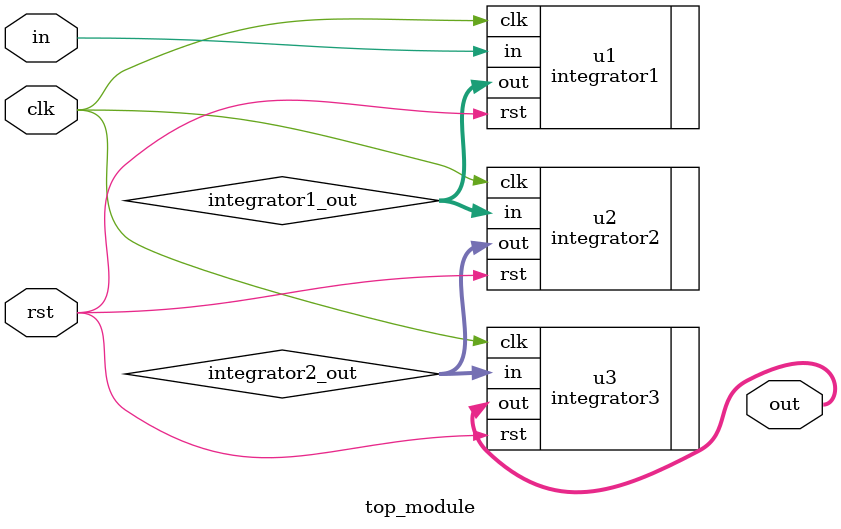
<source format=v>
module top_module (
    input wire clk,       // Clock input
    input wire in, // 1-bit input 
    input wire rst,       
    output wire [18:0] out // 19-bit output of integrators
);

    wire [18:0] integrator1_out; // Wire to connect the output of integrator1 to integrator2

    // Instantiate integrator1
    integrator1 u1 (
        .clk(clk),
        .rst(rst),
        .in(in),
        .out(integrator1_out)
    );

    wire [18:0] integrator2_out;

    // Instantiate integrator2
    integrator2 u2 (
        .clk(clk),
        .rst(rst),
        .in(integrator1_out),
        .out(integrator2_out)
    );

    integrator3 u3 (
        .clk(clk),
        .rst(rst),
        .in(integrator2_out),
        .out(out)
    );

endmodule

</source>
